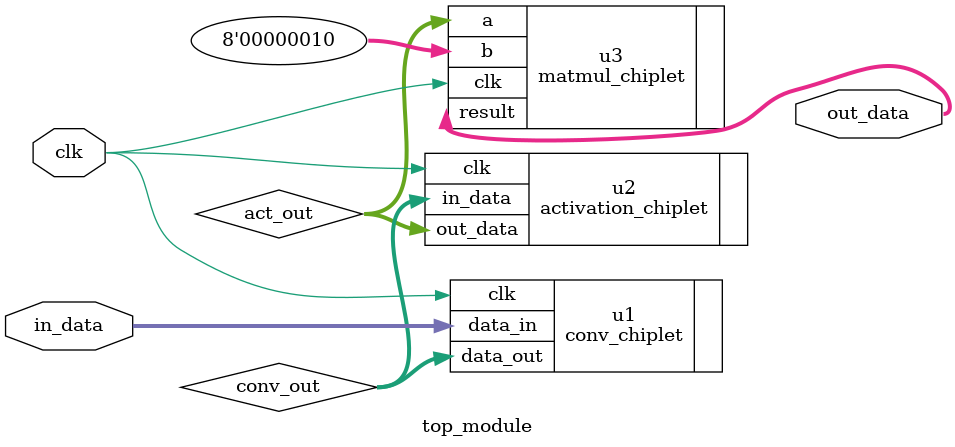
<source format=v>
module top_module(input clk, input [7:0] in_data, output [15:0] out_data);
  wire [7:0] conv_out, act_out;

  conv_chiplet u1(.clk(clk), .data_in(in_data), .data_out(conv_out));
  activation_chiplet u2(.clk(clk), .in_data(conv_out), .out_data(act_out));
  matmul_chiplet u3(.clk(clk), .a(act_out), .b(8'd2), .result(out_data));
endmodule

</source>
